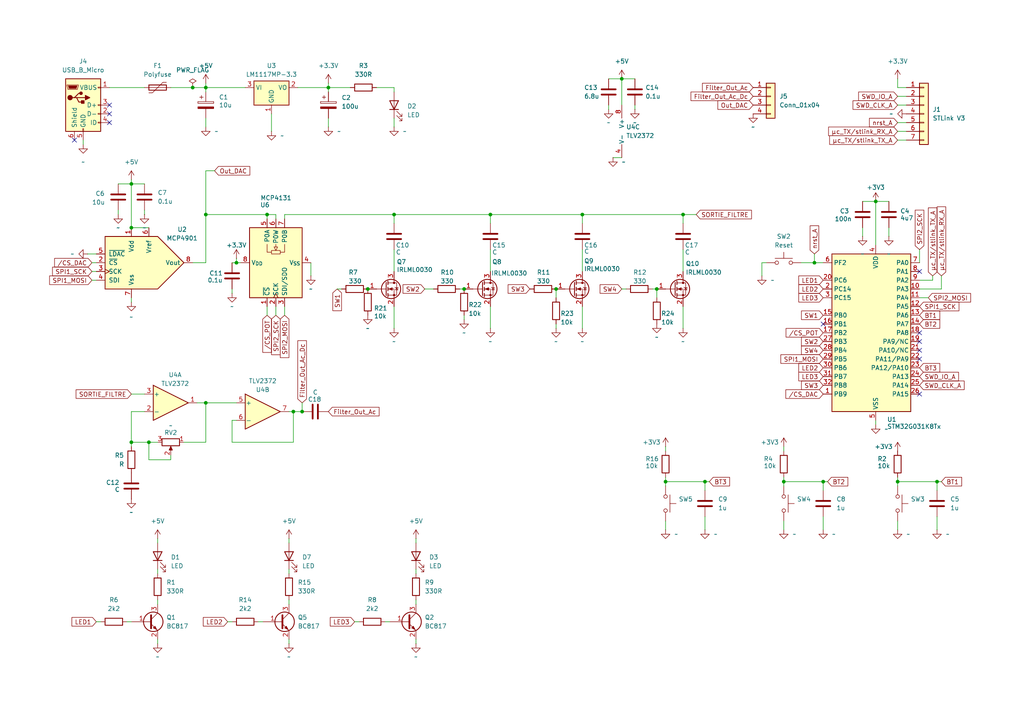
<source format=kicad_sch>
(kicad_sch (version 20231120) (generator "eeschema") (generator_version "8.0")
  (paper "A4")
  (lib_symbols
    (symbol "Amplifier_Operational:TLV2372" (pin_names (offset 0.127))
      (property "Reference" "U" (at 0 5.08 0))
      (property "Value" "TLV2372" (at 0 -5.08 0))
      (symbol "TLV2372_1_1"
        (pin output line (at 7.62 0 180) (length 2.54) (name "~") (number "1"))
        (pin input line (at -7.62 -2.54 0) (length 2.54) (name "-") (number "2"))
        (pin input line (at -7.62 2.54 0) (length 2.54) (name "+") (number "3"))
      )
      (symbol "TLV2372_2_1"
        (pin input line (at -7.62 2.54 0) (length 2.54) (name "+") (number "5"))
        (pin input line (at -7.62 -2.54 0) (length 2.54) (name "-") (number "6"))
        (pin output line (at 7.62 0 180) (length 2.54) (name "~") (number "7"))
      )
      (symbol "TLV2372_3_1"
        (pin power_in line (at -2.54 -7.62 90) (length 3.81) (name "V-") (number "4"))
        (pin power_in line (at -2.54 7.62 270) (length 3.81) (name "V+") (number "8"))
      )
    )
    (symbol "Analog_DAC:MCP4901" (pin_names (offset 1.016))
      (property "Reference" "U" (at 6.35 10.795 0))
      (property "Value" "MCP4901" (at 6.35 8.89 0))
      (symbol "MCP4901_1_1"
        (pin power_in line (at 0 10.16 270) (length 2.54) (name "Vdd") (number "1"))
        (pin input line (at -10.16 0 0) (length 2.54) (name "~{CS}") (number "2"))
        (pin input clock (at -10.16 -2.54 0) (length 2.54) (name "SCK") (number "3"))
        (pin input line (at -10.16 -5.08 0) (length 2.54) (name "SDI") (number "4"))
        (pin input line (at -10.16 2.54 0) (length 2.54) (name "~{LDAC}") (number "5"))
        (pin power_in line (at 5.08 10.16 270) (length 2.54) (name "Vref") (number "6"))
        (pin power_in line (at 0 -10.16 90) (length 2.54) (name "Vss") (number "7"))
        (pin output line (at 17.78 0 180) (length 2.54) (name "Vout") (number "8"))
      )
    )
    (symbol "Connector:USB_B_Micro" (pin_names (offset 1.016))
      (property "Reference" "J" (at -5.08 11.43 0))
      (property "Value" "USB_B_Micro" (at -5.08 8.89 0))
      (symbol "USB_B_Micro_1_1"
        (pin power_out line (at 7.62 5.08 180) (length 2.54) (name "VBUS") (number "1"))
        (pin bidirectional line (at 7.62 -2.54 180) (length 2.54) (name "D-") (number "2"))
        (pin bidirectional line (at 7.62 0 180) (length 2.54) (name "D+") (number "3"))
        (pin passive line (at 7.62 -5.08 180) (length 2.54) (name "ID") (number "4"))
        (pin power_out line (at 0 -10.16 90) (length 2.54) (name "GND") (number "5"))
        (pin passive line (at -2.54 -10.16 90) (length 2.54) (name "Shield") (number "6"))
      )
    )
    (symbol "Connector_Generic:Conn_01x04" (pin_names (offset 1.016) hide)
      (property "Reference" "J" (at 0 5.08 0))
      (property "Value" "Conn_01x04" (at 0 -7.62 0))
      (symbol "Conn_01x04_1_1"
        (pin passive line (at -5.08 2.54 0) (length 3.81) (name "Pin_1") (number "1"))
        (pin passive line (at -5.08 0 0) (length 3.81) (name "Pin_2") (number "2"))
        (pin passive line (at -5.08 -2.54 0) (length 3.81) (name "Pin_3") (number "3"))
        (pin passive line (at -5.08 -5.08 0) (length 3.81) (name "Pin_4") (number "4"))
      )
    )
    (symbol "Connector_Generic:Conn_01x07" (pin_names (offset 1.016) hide)
      (property "Reference" "J" (at 0 10.16 0))
      (property "Value" "Conn_01x07" (at 0 -10.16 0))
      (symbol "Conn_01x07_1_1"
        (pin passive line (at -5.08 7.62 0) (length 3.81) (name "Pin_1") (number "1"))
        (pin passive line (at -5.08 5.08 0) (length 3.81) (name "Pin_2") (number "2"))
        (pin passive line (at -5.08 2.54 0) (length 3.81) (name "Pin_3") (number "3"))
        (pin passive line (at -5.08 0 0) (length 3.81) (name "Pin_4") (number "4"))
        (pin passive line (at -5.08 -2.54 0) (length 3.81) (name "Pin_5") (number "5"))
        (pin passive line (at -5.08 -5.08 0) (length 3.81) (name "Pin_6") (number "6"))
        (pin passive line (at -5.08 -7.62 0) (length 3.81) (name "Pin_7") (number "7"))
      )
    )
    (symbol "Device:C" (pin_numbers hide) (pin_names (offset 0.254))
      (property "Reference" "C" (at 0.635 2.54 0))
      (property "Value" "C" (at 0.635 -2.54 0))
      (symbol "C_1_1"
        (pin passive line (at 0 3.81 270) (length 2.794) (name "~") (number "1"))
        (pin passive line (at 0 -3.81 90) (length 2.794) (name "~") (number "2"))
      )
    )
    (symbol "Device:C_Polarized" (pin_numbers hide) (pin_names (offset 0.254))
      (property "Reference" "C" (at 0.635 2.54 0))
      (property "Value" "C_Polarized" (at 0.635 -2.54 0))
      (symbol "C_Polarized_1_1"
        (pin passive line (at 0 3.81 270) (length 2.794) (name "~") (number "1"))
        (pin passive line (at 0 -3.81 90) (length 2.794) (name "~") (number "2"))
      )
    )
    (symbol "Device:LED" (pin_numbers hide) (pin_names (offset 1.016) hide)
      (property "Reference" "D" (at 0 2.54 0))
      (property "Value" "LED" (at 0 -2.54 0))
      (symbol "LED_1_1"
        (pin passive line (at -3.81 0 0) (length 2.54) (name "K") (number "1"))
        (pin passive line (at 3.81 0 180) (length 2.54) (name "A") (number "2"))
      )
    )
    (symbol "Device:Polyfuse" (pin_numbers hide) (pin_names (offset 0))
      (property "Reference" "F" (at -2.54 0 90))
      (property "Value" "Polyfuse" (at 2.54 0 90))
      (symbol "Polyfuse_1_1"
        (pin passive line (at 0 3.81 270) (length 1.27) (name "~") (number "1"))
        (pin passive line (at 0 -3.81 90) (length 1.27) (name "~") (number "2"))
      )
    )
    (symbol "Device:R" (pin_numbers hide) (pin_names (offset 0))
      (property "Reference" "R" (at 2.032 0 90))
      (property "Value" "R" (at 0 0 90))
      (symbol "R_1_1"
        (pin passive line (at 0 3.81 270) (length 1.27) (name "~") (number "1"))
        (pin passive line (at 0 -3.81 90) (length 1.27) (name "~") (number "2"))
      )
    )
    (symbol "Device:R_Potentiometer" (pin_names (offset 1.016) hide)
      (property "Reference" "RV" (at -4.445 0 90))
      (property "Value" "R_Potentiometer" (at -2.54 0 90))
      (symbol "R_Potentiometer_1_1"
        (pin passive line (at 0 3.81 270) (length 1.27) (name "1") (number "1"))
        (pin passive line (at 3.81 0 180) (length 1.27) (name "2") (number "2"))
        (pin passive line (at 0 -3.81 90) (length 1.27) (name "3") (number "3"))
      )
    )
    (symbol "MCU_ST_STM32G0:STM32G031K8Tx"
      (property "Reference" "U" (at -10.16 24.13 0))
      (property "Value" "STM32G031K8Tx" (at 5.08 24.13 0))
      (symbol "STM32G031K8Tx_1_1"
        (pin bidirectional line (at -12.7 -17.78 0) (length 2.54) (name "PB9") (number "1"))
        (pin bidirectional line (at 15.24 12.7 180) (length 2.54) (name "PA3") (number "10"))
        (pin bidirectional line (at 15.24 10.16 180) (length 2.54) (name "PA4") (number "11"))
        (pin bidirectional line (at 15.24 7.62 180) (length 2.54) (name "PA5") (number "12"))
        (pin bidirectional line (at 15.24 5.08 180) (length 2.54) (name "PA6") (number "13"))
        (pin bidirectional line (at 15.24 2.54 180) (length 2.54) (name "PA7") (number "14"))
        (pin bidirectional line (at -12.7 5.08 0) (length 2.54) (name "PB0") (number "15"))
        (pin bidirectional line (at -12.7 2.54 0) (length 2.54) (name "PB1") (number "16"))
        (pin bidirectional line (at -12.7 0 0) (length 2.54) (name "PB2") (number "17"))
        (pin bidirectional line (at 15.24 0 180) (length 2.54) (name "PA8") (number "18"))
        (pin bidirectional line (at 15.24 -2.54 180) (length 2.54) (name "PA9/NC") (number "19"))
        (pin bidirectional line (at -12.7 12.7 0) (length 2.54) (name "PC14") (number "2"))
        (pin bidirectional line (at -12.7 15.24 0) (length 2.54) (name "PC6") (number "20"))
        (pin bidirectional line (at 15.24 -5.08 180) (length 2.54) (name "PA10/NC") (number "21"))
        (pin bidirectional line (at 15.24 -7.62 180) (length 2.54) (name "PA11/PA9") (number "22"))
        (pin bidirectional line (at 15.24 -10.16 180) (length 2.54) (name "PA12/PA10") (number "23"))
        (pin bidirectional line (at 15.24 -12.7 180) (length 2.54) (name "PA13") (number "24"))
        (pin bidirectional line (at 15.24 -15.24 180) (length 2.54) (name "PA14") (number "25"))
        (pin bidirectional line (at 15.24 -17.78 180) (length 2.54) (name "PA15") (number "26"))
        (pin bidirectional line (at -12.7 -2.54 0) (length 2.54) (name "PB3") (number "27"))
        (pin bidirectional line (at -12.7 -5.08 0) (length 2.54) (name "PB4") (number "28"))
        (pin bidirectional line (at -12.7 -7.62 0) (length 2.54) (name "PB5") (number "29"))
        (pin bidirectional line (at -12.7 10.16 0) (length 2.54) (name "PC15") (number "3"))
        (pin bidirectional line (at -12.7 -10.16 0) (length 2.54) (name "PB6") (number "30"))
        (pin bidirectional line (at -12.7 -12.7 0) (length 2.54) (name "PB7") (number "31"))
        (pin bidirectional line (at -12.7 -15.24 0) (length 2.54) (name "PB8") (number "32"))
        (pin power_in line (at 2.54 25.4 270) (length 2.54) (name "VDD") (number "4"))
        (pin power_in line (at 2.54 -25.4 90) (length 2.54) (name "VSS") (number "5"))
        (pin bidirectional line (at -12.7 20.32 0) (length 2.54) (name "PF2") (number "6"))
        (pin bidirectional line (at 15.24 20.32 180) (length 2.54) (name "PA0") (number "7"))
        (pin bidirectional line (at 15.24 17.78 180) (length 2.54) (name "PA1") (number "8"))
        (pin bidirectional line (at 15.24 15.24 180) (length 2.54) (name "PA2") (number "9"))
      )
    )
    (symbol "Potentiometer_Digital:MCP4131-xxxx-P"
      (property "Reference" "U" (at 2.54 11.43 0))
      (property "Value" "MCP4131-xxxx-P" (at 2.54 8.89 0))
      (symbol "MCP4131-xxxx-P_0_0"
        (pin input line (at -12.7 2.54 0) (length 2.54) (name "~{CS}") (number "1"))
        (pin input clock (at -12.7 0 0) (length 2.54) (name "SCK") (number "2"))
        (pin bidirectional line (at -12.7 -2.54 0) (length 2.54) (name "SDI/SDO") (number "3"))
        (pin power_in line (at 0 -10.16 90) (length 2.54) (name "V_{SS}") (number "4"))
        (pin passive line (at 12.7 2.54 180) (length 2.54) (name "P0A") (number "5"))
        (pin passive line (at 12.7 0 180) (length 2.54) (name "P0W") (number "6"))
        (pin passive line (at 12.7 -2.54 180) (length 2.54) (name "P0B") (number "7"))
        (pin power_in line (at 0 10.16 270) (length 2.54) (name "V_{DD}") (number "8"))
      )
    )
    (symbol "Regulator_Linear:LM1117MP-3.3"
      (property "Reference" "U" (at -3.81 3.175 0))
      (property "Value" "LM1117MP-3.3" (at 0 3.175 0))
      (symbol "LM1117MP-3.3_1_1"
        (pin power_in line (at 0 -7.62 90) (length 2.54) (name "GND") (number "1"))
        (pin power_out line (at 7.62 0 180) (length 2.54) (name "VO") (number "2"))
        (pin power_in line (at -7.62 0 0) (length 2.54) (name "VI") (number "3"))
      )
    )
    (symbol "Switch:SW_Omron_B3FS" (pin_numbers hide) (pin_names (offset 1.016) hide)
      (property "Reference" "SW" (at 1.27 2.54 0))
      (property "Value" "SW_Omron_B3FS" (at 0 -1.524 0))
      (symbol "SW_Omron_B3FS_0_1"
        (pin passive line (at -5.08 0 0) (length 2.54) (name "1") (number "1"))
        (pin passive line (at 5.08 0 180) (length 2.54) (name "2") (number "2"))
      )
    )
    (symbol "Transistor_BJT:BC817" (pin_names (offset 0) hide)
      (property "Reference" "Q" (at 5.08 1.905 0))
      (property "Value" "BC817" (at 5.08 0 0))
      (symbol "BC817_1_1"
        (pin input line (at -5.08 0 0) (length 5.715) (name "B") (number "1"))
        (pin passive line (at 2.54 -5.08 90) (length 2.54) (name "E") (number "2"))
        (pin passive line (at 2.54 5.08 270) (length 2.54) (name "C") (number "3"))
      )
    )
    (symbol "Transistor_FET:IRLML0030" (pin_names hide)
      (property "Reference" "Q" (at 5.08 1.905 0))
      (property "Value" "IRLML0030" (at 5.08 0 0))
      (symbol "IRLML0030_1_1"
        (pin input line (at -5.08 0 0) (length 2.54) (name "G") (number "1"))
        (pin passive line (at 2.54 -5.08 90) (length 2.54) (name "S") (number "2"))
        (pin passive line (at 2.54 5.08 270) (length 2.54) (name "D") (number "3"))
      )
    )
    (symbol "power:+3.3V" (power) (pin_numbers hide) (pin_names (offset 0) hide)
      (property "Value" "+3.3V" (at 0 3.556 0))
      (symbol "+3.3V_1_1"
        (pin power_in line (at 0 0 90) (length 0) (name "~") (number "1"))
      )
    )
    (symbol "power:+3V3" (power) (pin_numbers hide) (pin_names (offset 0) hide)
      (property "Value" "+3V3" (at 0 3.556 0))
      (symbol "+3V3_1_1"
        (pin power_in line (at 0 0 90) (length 0) (name "~") (number "1"))
      )
    )
    (symbol "power:+5V" (power) (pin_numbers hide) (pin_names (offset 0) hide)
      (property "Value" "+5V" (at 0 3.556 0))
      (symbol "+5V_1_1"
        (pin power_in line (at 0 0 90) (length 0) (name "~") (number "1"))
      )
    )
    (symbol "power:GND" (power) (pin_numbers hide) (pin_names (offset 0) hide)
      (property "Value" "GND" (at 0 -3.81 0))
      (symbol "GND_1_1"
        (pin power_in line (at 0 0 270) (length 0) (name "~") (number "1"))
      )
    )
    (symbol "power:PWR_FLAG" (power) (pin_numbers hide) (pin_names (offset 0) hide)
      (property "Value" "PWR_FLAG" (at 0 3.81 0))
      (symbol "PWR_FLAG_0_0"
        (pin power_out line (at 0 0 90) (length 0) (name "~") (number "1"))
      )
    )
  )
  (junction (at 238.76 139.7))
  (junction (at 161.29 83.82))
  (junction (at 254 58.42))
  (junction (at 227.33 139.7))
  (junction (at 77.47 62.23))
  (junction (at 114.3 62.23))
  (junction (at 59.69 62.23))
  (junction (at 260.35 139.7))
  (junction (at 55.88 25.4))
  (junction (at 193.04 139.7))
  (junction (at 95.25 25.4))
  (junction (at 190.5 83.82))
  (junction (at 168.91 62.23))
  (junction (at 68.58 76.2))
  (junction (at 106.68 83.82))
  (junction (at 198.12 62.23))
  (junction (at 236.22 76.2))
  (junction (at 180.34 22.86))
  (junction (at 38.1 53.34))
  (junction (at 59.69 25.4))
  (junction (at 43.18 128.27))
  (junction (at 38.1 66.04))
  (junction (at 59.69 116.84))
  (junction (at 38.1 128.27))
  (junction (at 142.24 62.23))
  (junction (at 85.09 119.38))
  (junction (at 271.78 139.7))
  (junction (at 204.47 139.7))
  (junction (at 134.62 83.82))
  (junction (at 87.63 119.38))
  (no_connect (at 266.7 101.6))
  (no_connect (at 31.75 30.48))
  (no_connect (at 21.59 40.64))
  (no_connect (at 238.76 93.98))
  (no_connect (at 266.7 78.74))
  (no_connect (at 266.7 99.06))
  (no_connect (at 31.75 35.56))
  (no_connect (at 266.7 114.3))
  (no_connect (at 266.7 96.52))
  (no_connect (at 266.7 104.14))
  (no_connect (at 31.75 33.02))
  (wire (pts (xy 180.34 22.86) (xy 184.15 22.86)))
  (wire (pts (xy 38.1 53.34) (xy 38.1 66.04)))
  (wire (pts (xy 177.8 45.72) (xy 180.34 45.72)))
  (wire (pts (xy 43.18 128.27) (xy 43.18 133.35)))
  (wire (pts (xy 238.76 139.7) (xy 240.03 139.7)))
  (wire (pts (xy 53.34 128.27) (xy 59.69 128.27)))
  (wire (pts (xy 161.29 93.98) (xy 161.29 95.25)))
  (wire (pts (xy 114.3 88.9) (xy 114.3 95.25)))
  (wire (pts (xy 34.29 60.96) (xy 34.29 62.23)))
  (wire (pts (xy 90.17 76.2) (xy 90.17 80.01)))
  (wire (pts (xy 82.55 63.5) (xy 82.55 62.23)))
  (wire (pts (xy 198.12 88.9) (xy 198.12 95.25)))
  (wire (pts (xy 83.82 173.99) (xy 83.82 175.26)))
  (wire (pts (xy 134.62 91.44) (xy 134.62 92.71)))
  (wire (pts (xy 59.69 25.4) (xy 71.12 25.4)))
  (wire (pts (xy 120.65 165.1) (xy 120.65 166.37)))
  (wire (pts (xy 66.04 180.34) (xy 67.31 180.34)))
  (wire (pts (xy 198.12 62.23) (xy 198.12 64.77)))
  (wire (pts (xy 227.33 139.7) (xy 238.76 139.7)))
  (wire (pts (xy 114.3 34.29) (xy 114.3 36.83)))
  (wire (pts (xy 95.25 25.4) (xy 95.25 26.67)))
  (wire (pts (xy 198.12 62.23) (xy 201.93 62.23)))
  (wire (pts (xy 67.31 83.82) (xy 67.31 85.09)))
  (wire (pts (xy 204.47 139.7) (xy 204.47 142.24)))
  (wire (pts (xy 43.18 128.27) (xy 45.72 128.27)))
  (wire (pts (xy 45.72 165.1) (xy 45.72 166.37)))
  (wire (pts (xy 59.69 25.4) (xy 59.69 26.67)))
  (wire (pts (xy 55.88 76.2) (xy 59.69 76.2)))
  (wire (pts (xy 273.05 80.01) (xy 273.05 83.82)))
  (wire (pts (xy 82.55 62.23) (xy 114.3 62.23)))
  (wire (pts (xy 266.7 72.39) (xy 266.7 76.2)))
  (wire (pts (xy 193.04 139.7) (xy 204.47 139.7)))
  (wire (pts (xy 236.22 76.2) (xy 238.76 76.2)))
  (wire (pts (xy 59.69 62.23) (xy 77.47 62.23)))
  (wire (pts (xy 193.04 138.43) (xy 193.04 139.7)))
  (wire (pts (xy 49.53 25.4) (xy 55.88 25.4)))
  (wire (pts (xy 26.67 81.28) (xy 27.94 81.28)))
  (wire (pts (xy 97.79 83.82) (xy 99.06 83.82)))
  (wire (pts (xy 180.34 22.86) (xy 180.34 30.48)))
  (wire (pts (xy 85.09 128.27) (xy 85.09 119.38)))
  (wire (pts (xy 27.94 180.34) (xy 29.21 180.34)))
  (wire (pts (xy 260.35 38.1) (xy 262.89 38.1)))
  (wire (pts (xy 260.35 138.43) (xy 260.35 139.7)))
  (wire (pts (xy 95.25 25.4) (xy 101.6 25.4)))
  (wire (pts (xy 260.35 35.56) (xy 262.89 35.56)))
  (wire (pts (xy 193.04 151.13) (xy 193.04 153.67)))
  (wire (pts (xy 59.69 49.53) (xy 62.23 49.53)))
  (wire (pts (xy 59.69 34.29) (xy 59.69 36.83)))
  (wire (pts (xy 204.47 149.86) (xy 204.47 153.67)))
  (wire (pts (xy 260.35 30.48) (xy 262.89 30.48)))
  (wire (pts (xy 38.1 52.07) (xy 38.1 53.34)))
  (wire (pts (xy 270.51 81.28) (xy 270.51 80.01)))
  (wire (pts (xy 59.69 24.13) (xy 59.69 25.4)))
  (wire (pts (xy 49.53 133.35) (xy 43.18 133.35)))
  (wire (pts (xy 184.15 30.48) (xy 184.15 31.75)))
  (wire (pts (xy 262.89 25.4) (xy 260.35 25.4)))
  (wire (pts (xy 120.65 156.21) (xy 120.65 157.48)))
  (wire (pts (xy 83.82 156.21) (xy 83.82 157.48)))
  (wire (pts (xy 57.15 116.84) (xy 59.69 116.84)))
  (wire (pts (xy 38.1 66.04) (xy 43.18 66.04)))
  (wire (pts (xy 238.76 139.7) (xy 238.76 142.24)))
  (wire (pts (xy 273.05 83.82) (xy 266.7 83.82)))
  (wire (pts (xy 232.41 76.2) (xy 236.22 76.2)))
  (wire (pts (xy 189.23 83.82) (xy 190.5 83.82)))
  (wire (pts (xy 142.24 62.23) (xy 142.24 64.77)))
  (wire (pts (xy 254 58.42) (xy 254 71.12)))
  (wire (pts (xy 111.76 180.34) (xy 113.03 180.34)))
  (wire (pts (xy 68.58 121.92) (xy 67.31 121.92)))
  (wire (pts (xy 270.51 81.28) (xy 266.7 81.28)))
  (wire (pts (xy 260.35 139.7) (xy 271.78 139.7)))
  (wire (pts (xy 67.31 121.92) (xy 67.31 128.27)))
  (wire (pts (xy 38.1 128.27) (xy 43.18 128.27)))
  (wire (pts (xy 161.29 83.82) (xy 161.29 86.36)))
  (wire (pts (xy 95.25 34.29) (xy 95.25 36.83)))
  (wire (pts (xy 41.91 60.96) (xy 41.91 62.23)))
  (wire (pts (xy 36.83 180.34) (xy 38.1 180.34)))
  (wire (pts (xy 77.47 62.23) (xy 77.47 63.5)))
  (wire (pts (xy 59.69 128.27) (xy 59.69 116.84)))
  (wire (pts (xy 114.3 72.39) (xy 114.3 78.74)))
  (wire (pts (xy 266.7 86.36) (xy 269.24 86.36)))
  (wire (pts (xy 260.35 27.94) (xy 262.89 27.94)))
  (wire (pts (xy 83.82 119.38) (xy 85.09 119.38)))
  (wire (pts (xy 38.1 129.54) (xy 38.1 128.27)))
  (wire (pts (xy 168.91 62.23) (xy 198.12 62.23)))
  (wire (pts (xy 168.91 88.9) (xy 168.91 95.25)))
  (wire (pts (xy 142.24 88.9) (xy 142.24 95.25)))
  (wire (pts (xy 114.3 62.23) (xy 114.3 64.77)))
  (wire (pts (xy 102.87 180.34) (xy 104.14 180.34)))
  (wire (pts (xy 34.29 53.34) (xy 38.1 53.34)))
  (wire (pts (xy 86.36 25.4) (xy 95.25 25.4)))
  (wire (pts (xy 83.82 165.1) (xy 83.82 166.37)))
  (wire (pts (xy 59.69 116.84) (xy 68.58 116.84)))
  (wire (pts (xy 204.47 139.7) (xy 205.74 139.7)))
  (wire (pts (xy 260.35 139.7) (xy 260.35 140.97)))
  (wire (pts (xy 68.58 76.2) (xy 69.85 76.2)))
  (wire (pts (xy 45.72 173.99) (xy 45.72 175.26)))
  (wire (pts (xy 74.93 180.34) (xy 76.2 180.34)))
  (wire (pts (xy 254 123.19) (xy 254 121.92)))
  (wire (pts (xy 227.33 138.43) (xy 227.33 139.7)))
  (wire (pts (xy 193.04 139.7) (xy 193.04 140.97)))
  (wire (pts (xy 26.67 76.2) (xy 27.94 76.2)))
  (wire (pts (xy 59.69 76.2) (xy 59.69 62.23)))
  (wire (pts (xy 78.74 33.02) (xy 78.74 38.1)))
  (wire (pts (xy 198.12 72.39) (xy 198.12 78.74)))
  (wire (pts (xy 142.24 72.39) (xy 142.24 78.74)))
  (wire (pts (xy 83.82 185.42) (xy 83.82 186.69)))
  (wire (pts (xy 38.1 119.38) (xy 38.1 128.27)))
  (wire (pts (xy 250.19 66.04) (xy 250.19 68.58)))
  (wire (pts (xy 133.35 83.82) (xy 134.62 83.82)))
  (wire (pts (xy 176.53 30.48) (xy 176.53 31.75)))
  (wire (pts (xy 77.47 88.9) (xy 77.47 91.44)))
  (wire (pts (xy 168.91 62.23) (xy 168.91 64.77)))
  (wire (pts (xy 87.63 116.84) (xy 87.63 119.38)))
  (wire (pts (xy 220.98 76.2) (xy 220.98 80.01)))
  (wire (pts (xy 142.24 62.23) (xy 168.91 62.23)))
  (wire (pts (xy 260.35 40.64) (xy 262.89 40.64)))
  (wire (pts (xy 114.3 25.4) (xy 114.3 26.67)))
  (wire (pts (xy 227.33 129.54) (xy 227.33 130.81)))
  (wire (pts (xy 82.55 88.9) (xy 82.55 91.44)))
  (wire (pts (xy 41.91 119.38) (xy 38.1 119.38)))
  (wire (pts (xy 25.4 73.66) (xy 27.94 73.66)))
  (wire (pts (xy 26.67 78.74) (xy 27.94 78.74)))
  (wire (pts (xy 180.34 83.82) (xy 181.61 83.82)))
  (wire (pts (xy 80.01 88.9) (xy 80.01 91.44)))
  (wire (pts (xy 238.76 149.86) (xy 238.76 153.67)))
  (wire (pts (xy 80.01 63.5) (xy 80.01 62.23)))
  (wire (pts (xy 190.5 83.82) (xy 190.5 86.36)))
  (wire (pts (xy 120.65 185.42) (xy 120.65 186.69)))
  (wire (pts (xy 271.78 149.86) (xy 271.78 153.67)))
  (wire (pts (xy 31.75 25.4) (xy 41.91 25.4)))
  (wire (pts (xy 38.1 114.3) (xy 41.91 114.3)))
  (wire (pts (xy 95.25 24.13) (xy 95.25 25.4)))
  (wire (pts (xy 123.19 83.82) (xy 125.73 83.82)))
  (wire (pts (xy 67.31 76.2) (xy 68.58 76.2)))
  (wire (pts (xy 271.78 139.7) (xy 273.05 139.7)))
  (wire (pts (xy 49.53 132.08) (xy 49.53 133.35)))
  (wire (pts (xy 271.78 139.7) (xy 271.78 142.24)))
  (wire (pts (xy 227.33 151.13) (xy 227.33 153.67)))
  (wire (pts (xy 38.1 53.34) (xy 41.91 53.34)))
  (wire (pts (xy 250.19 58.42) (xy 254 58.42)))
  (wire (pts (xy 45.72 185.42) (xy 45.72 186.69)))
  (wire (pts (xy 236.22 73.66) (xy 236.22 76.2)))
  (wire (pts (xy 260.35 25.4) (xy 260.35 22.86)))
  (wire (pts (xy 227.33 139.7) (xy 227.33 140.97)))
  (wire (pts (xy 59.69 49.53) (xy 59.69 62.23)))
  (wire (pts (xy 45.72 156.21) (xy 45.72 157.48)))
  (wire (pts (xy 85.09 119.38) (xy 87.63 119.38)))
  (wire (pts (xy 80.01 62.23) (xy 77.47 62.23)))
  (wire (pts (xy 24.13 40.64) (xy 24.13 41.91)))
  (wire (pts (xy 114.3 62.23) (xy 142.24 62.23)))
  (wire (pts (xy 38.1 86.36) (xy 38.1 87.63)))
  (wire (pts (xy 257.81 66.04) (xy 257.81 68.58)))
  (wire (pts (xy 193.04 129.54) (xy 193.04 130.81)))
  (wire (pts (xy 260.35 151.13) (xy 260.35 153.67)))
  (wire (pts (xy 168.91 72.39) (xy 168.91 78.74)))
  (wire (pts (xy 222.25 76.2) (xy 220.98 76.2)))
  (wire (pts (xy 176.53 22.86) (xy 180.34 22.86)))
  (wire (pts (xy 120.65 173.99) (xy 120.65 175.26)))
  (wire (pts (xy 254 58.42) (xy 257.81 58.42)))
  (wire (pts (xy 67.31 128.27) (xy 85.09 128.27)))
  (wire (pts (xy 55.88 25.4) (xy 59.69 25.4)))
  (wire (pts (xy 68.58 74.93) (xy 68.58 76.2)))
  (wire (pts (xy 109.22 25.4) (xy 114.3 25.4)))
  (global_label "SW4" (shape input) (at 180.34 83.82 180) (property "Intersheetrefs" "${INTERSHEET_REFS}" (effects (hide yes))))
  (global_label "Out_DAC" (shape input) (at 218.44 30.48 180) (property "Intersheetrefs" "${INTERSHEET_REFS}" (effects (hide yes))))
  (global_label "SPI1_MOSI" (shape input) (at 26.67 81.28 180) (property "Intersheetrefs" "${INTERSHEET_REFS}" (effects (hide yes))))
  (global_label "SPI1_SCK" (shape input) (at 266.7 88.9 0) (property "Intersheetrefs" "${INTERSHEET_REFS}" (effects (hide yes))))
  (global_label "Filter_Out_Ac_Dc" (shape input) (at 87.63 116.84 90) (property "Intersheetrefs" "${INTERSHEET_REFS}" (effects (hide yes))))
  (global_label "SWD_CLK_A" (shape input) (at 260.35 30.48 180) (property "Intersheetrefs" "${INTERSHEET_REFS}" (effects (hide yes))))
  (global_label "SW2" (shape input) (at 123.19 83.82 180) (property "Intersheetrefs" "${INTERSHEET_REFS}" (effects (hide yes))))
  (global_label "SWD_IO_A" (shape input) (at 260.35 27.94 180) (property "Intersheetrefs" "${INTERSHEET_REFS}" (effects (hide yes))))
  (global_label "LED3" (shape input) (at 238.76 86.36 180) (property "Intersheetrefs" "${INTERSHEET_REFS}" (effects (hide yes))))
  (global_label "SW4" (shape input) (at 238.76 101.6 180) (property "Intersheetrefs" "${INTERSHEET_REFS}" (effects (hide yes))))
  (global_label "SPI2_MOSI" (shape input) (at 82.55 91.44 270) (property "Intersheetrefs" "${INTERSHEET_REFS}" (effects (hide yes))))
  (global_label "nrst_A" (shape input) (at 260.35 35.56 180) (property "Intersheetrefs" "${INTERSHEET_REFS}" (effects (hide yes))))
  (global_label "SWD_CLK_A" (shape input) (at 266.7 111.76 0) (property "Intersheetrefs" "${INTERSHEET_REFS}" (effects (hide yes))))
  (global_label "SPI2_SCK" (shape input) (at 80.01 91.44 270) (property "Intersheetrefs" "${INTERSHEET_REFS}" (effects (hide yes))))
  (global_label "{slash}CS_DAC" (shape input) (at 238.76 114.3 180) (property "Intersheetrefs" "${INTERSHEET_REFS}" (effects (hide yes))))
  (global_label "BT1" (shape input) (at 273.05 139.7 0) (property "Intersheetrefs" "${INTERSHEET_REFS}" (effects (hide yes))))
  (global_label "µc_TX{slash}stlink_RX_A" (shape input) (at 273.05 80.01 90) (property "Intersheetrefs" "${INTERSHEET_REFS}" (effects (hide yes))))
  (global_label "BT2" (shape input) (at 266.7 93.98 0) (property "Intersheetrefs" "${INTERSHEET_REFS}" (effects (hide yes))))
  (global_label "LED2" (shape input) (at 238.76 83.82 180) (property "Intersheetrefs" "${INTERSHEET_REFS}" (effects (hide yes))))
  (global_label "µc_TX{slash}stlink_TX_A" (shape input) (at 270.51 80.01 90) (property "Intersheetrefs" "${INTERSHEET_REFS}" (effects (hide yes))))
  (global_label "Filter_Out_Ac" (shape input) (at 218.44 25.4 180) (property "Intersheetrefs" "${INTERSHEET_REFS}" (effects (hide yes))))
  (global_label "SPI1_MOSI" (shape input) (at 238.76 104.14 180) (property "Intersheetrefs" "${INTERSHEET_REFS}" (effects (hide yes))))
  (global_label "{slash}CS_DAC" (shape input) (at 26.67 76.2 180) (property "Intersheetrefs" "${INTERSHEET_REFS}" (effects (hide yes))))
  (global_label "SW3" (shape input) (at 153.67 83.82 180) (property "Intersheetrefs" "${INTERSHEET_REFS}" (effects (hide yes))))
  (global_label "SPI2_MOSI" (shape input) (at 269.24 86.36 0) (property "Intersheetrefs" "${INTERSHEET_REFS}" (effects (hide yes))))
  (global_label "LED2" (shape input) (at 66.04 180.34 180) (property "Intersheetrefs" "${INTERSHEET_REFS}" (effects (hide yes))))
  (global_label "Filter_Out_Ac" (shape input) (at 95.25 119.38 0) (property "Intersheetrefs" "${INTERSHEET_REFS}" (effects (hide yes))))
  (global_label "{slash}CS_POT" (shape input) (at 238.76 96.52 180) (property "Intersheetrefs" "${INTERSHEET_REFS}" (effects (hide yes))))
  (global_label "BT2" (shape input) (at 240.03 139.7 0) (property "Intersheetrefs" "${INTERSHEET_REFS}" (effects (hide yes))))
  (global_label "SORTIE_FILTRE" (shape input) (at 38.1 114.3 180) (property "Intersheetrefs" "${INTERSHEET_REFS}" (effects (hide yes))))
  (global_label "SW2" (shape input) (at 238.76 99.06 180) (property "Intersheetrefs" "${INTERSHEET_REFS}" (effects (hide yes))))
  (global_label "LED2" (shape input) (at 238.76 106.68 180) (property "Intersheetrefs" "${INTERSHEET_REFS}" (effects (hide yes))))
  (global_label "µc_TX{slash}stlink_RX_A" (shape input) (at 260.35 38.1 180) (property "Intersheetrefs" "${INTERSHEET_REFS}" (effects (hide yes))))
  (global_label "Out_DAC" (shape input) (at 62.23 49.53 0) (property "Intersheetrefs" "${INTERSHEET_REFS}" (effects (hide yes))))
  (global_label "SPI2_SCK" (shape input) (at 266.7 72.39 90) (property "Intersheetrefs" "${INTERSHEET_REFS}" (effects (hide yes))))
  (global_label "SWD_IO_A" (shape input) (at 266.7 109.22 0) (property "Intersheetrefs" "${INTERSHEET_REFS}" (effects (hide yes))))
  (global_label "SW1" (shape input) (at 97.79 83.82 270) (property "Intersheetrefs" "${INTERSHEET_REFS}" (effects (hide yes))))
  (global_label "BT1" (shape input) (at 266.7 91.44 0) (property "Intersheetrefs" "${INTERSHEET_REFS}" (effects (hide yes))))
  (global_label "LED1" (shape input) (at 238.76 81.28 180) (property "Intersheetrefs" "${INTERSHEET_REFS}" (effects (hide yes))))
  (global_label "LED3" (shape input) (at 238.76 109.22 180) (property "Intersheetrefs" "${INTERSHEET_REFS}" (effects (hide yes))))
  (global_label "SORTIE_FILTRE" (shape input) (at 201.93 62.23 0) (property "Intersheetrefs" "${INTERSHEET_REFS}" (effects (hide yes))))
  (global_label "{slash}CS_POT" (shape input) (at 77.47 91.44 270) (property "Intersheetrefs" "${INTERSHEET_REFS}" (effects (hide yes))))
  (global_label "nrst_A" (shape input) (at 236.22 73.66 90) (property "Intersheetrefs" "${INTERSHEET_REFS}" (effects (hide yes))))
  (global_label "LED1" (shape input) (at 27.94 180.34 180) (property "Intersheetrefs" "${INTERSHEET_REFS}" (effects (hide yes))))
  (global_label "Filter_Out_Ac_Dc" (shape input) (at 218.44 27.94 180) (property "Intersheetrefs" "${INTERSHEET_REFS}" (effects (hide yes))))
  (global_label "BT3" (shape input) (at 205.74 139.7 0) (property "Intersheetrefs" "${INTERSHEET_REFS}" (effects (hide yes))))
  (global_label "SPI1_SCK" (shape input) (at 26.67 78.74 180) (property "Intersheetrefs" "${INTERSHEET_REFS}" (effects (hide yes))))
  (global_label "SW1" (shape input) (at 238.76 91.44 180) (property "Intersheetrefs" "${INTERSHEET_REFS}" (effects (hide yes))))
  (global_label "LED3" (shape input) (at 102.87 180.34 180) (property "Intersheetrefs" "${INTERSHEET_REFS}" (effects (hide yes))))
  (global_label "BT3" (shape input) (at 266.7 106.68 0) (property "Intersheetrefs" "${INTERSHEET_REFS}" (effects (hide yes))))
  (global_label "SW3" (shape input) (at 238.76 111.76 180) (property "Intersheetrefs" "${INTERSHEET_REFS}" (effects (hide yes))))
  (global_label "µc_TX{slash}stlink_TX_A" (shape input) (at 260.35 40.64 180) (property "Intersheetrefs" "${INTERSHEET_REFS}" (effects (hide yes))))
  (symbol (lib_id "Device:R") (at 260.35 134.62 0) (unit 1)
    (property "Reference" "R2" (at 254.508 133.096 0) (effects (justify left)))
    (property "Value" "10k" (at 254.508 135.128 0) (effects (justify left)))
    (property "Footprint" "Resistor_SMD:R_0805_2012Metric_Pad1.20x1.40mm_HandSolder" (effects (hide yes)))
    (property "Description" "Resistor" (effects (hide yes)))
  )
  (symbol (lib_id "Device:C") (at 238.76 146.05 0) (unit 1)
    (property "Reference" "C8" (at 242.57 144.7799 0) (effects (justify left)))
    (property "Value" "1u" (at 242.57 147.3199 0) (effects (justify left)))
    (property "Footprint" "Capacitor_SMD:C_0805_2012Metric_Pad1.18x1.45mm_HandSolder" (effects (hide yes)))
    (property "Description" "Unpolarized capacitor" (effects (hide yes)))
  )
  (symbol (lib_id "Device:C") (at 250.19 62.23 0) (unit 1)
    (property "Reference" "C3" (at 243.586 61.214 0) (effects (justify left)))
    (property "Value" "100n" (at 242.062 63.5 0) (effects (justify left)))
    (property "Footprint" "Capacitor_SMD:C_0805_2012Metric_Pad1.18x1.45mm_HandSolder" (effects (hide yes)))
    (property "Description" "Unpolarized capacitor" (effects (hide yes)))
  )
  (symbol (lib_id "Transistor_FET:IRLML0030") (at 195.58 83.82 0) (unit 1)
    (property "Reference" "Q10" (at 198.882 76.454 0) (effects (justify left)))
    (property "Value" "IRLML0030" (at 198.882 78.994 0) (effects (justify left)))
    (property "Footprint" "Package_TO_SOT_SMD:SOT-23" (effects (hide yes)))
    (property "Datasheet" "https://www.infineon.com/dgdl/irlml0030pbf.pdf?fileId=5546d462533600a401535664773825df" (effects (hide yes)))
    (property "Description" "5.3A Id, 30V Vds, 27mOhm Rds, N-Channel HEXFET Power MOSFET, SOT-23" (effects (hide yes)))
  )
  (symbol (lib_id "power:GND") (at 45.72 186.69 0) (unit 1)
    (property "Reference" "#PWR019" (effects (hide yes)))
    (property "Value" "~" (at 45.72 190.5 0))
    (property "Description" "Power symbol creates a global label with name \"GND\" , ground" (effects (hide yes)))
  )
  (symbol (lib_id "power:GND") (at 114.3 36.83 0) (unit 1)
    (property "Reference" "#PWR08" (effects (hide yes)))
    (property "Value" "~" (at 116.84 38.1 0) (effects (justify left)))
    (property "Description" "Power symbol creates a global label with name \"GND\" , ground" (effects (hide yes)))
  )
  (symbol (lib_id "power:GND") (at 38.1 87.63 0) (unit 1)
    (property "Reference" "#PWR022" (effects (hide yes)))
    (property "Value" "~" (at 38.1 91.948 0))
    (property "Description" "Power symbol creates a global label with name \"GND\" , ground" (effects (hide yes)))
  )
  (symbol (lib_id "power:+3V3") (at 254 58.42 0) (unit 1)
    (property "Reference" "#PWR012" (effects (hide yes)))
    (property "Value" "+3V3" (at 254 54.356 0))
    (property "Description" "Power symbol creates a global label with name \"+3V3\"" (effects (hide yes)))
  )
  (symbol (lib_id "power:+3V3") (at 260.35 130.81 0) (unit 1)
    (property "Reference" "#PWR03" (effects (hide yes)))
    (property "Value" "+3V3" (at 256.286 129.54 0))
    (property "Description" "Power symbol creates a global label with name \"+3V3\"" (effects (hide yes)))
  )
  (symbol (lib_id "Device:R") (at 193.04 134.62 0) (unit 1)
    (property "Reference" "R16" (at 187.198 133.096 0) (effects (justify left)))
    (property "Value" "10k" (at 187.198 135.128 0) (effects (justify left)))
    (property "Footprint" "Resistor_SMD:R_0805_2012Metric_Pad1.20x1.40mm_HandSolder" (effects (hide yes)))
    (property "Description" "Resistor" (effects (hide yes)))
  )
  (symbol (lib_id "Potentiometer_Digital:MCP4131-xxxx-P") (at 80.01 76.2 90) (unit 1)
    (property "Reference" "U6" (at 78.232 59.436 90) (effects (justify left)))
    (property "Value" "MCP4131" (at 84.582 57.404 90) (effects (justify left)))
    (property "Footprint" "Package_SO:SOIC-8_3.9x4.9mm_P1.27mm" (effects (hide yes)))
    (property "Datasheet" "https://ww1.microchip.com/downloads/aemDocuments/documents/OTH/ProductDocuments/DataSheets/22060b.pdf" (effects (hide yes)))
    (property "Description" "Single Digital Potentiometer, SPI interface, 129 taps, 5/10/50/100 kohm, volatile memory" (effects (hide yes)))
  )
  (symbol (lib_id "Device:C") (at 184.15 26.67 0) (unit 1)
    (property "Reference" "C14" (at 187.198 25.4 0) (effects (justify left)))
    (property "Value" "0.1u" (at 187.198 27.94 0) (effects (justify left)))
    (property "Footprint" "Capacitor_SMD:C_0805_2012Metric_Pad1.18x1.45mm_HandSolder" (effects (hide yes)))
    (property "Description" "Unpolarized capacitor" (effects (hide yes)))
  )
  (symbol (lib_id "power:+3V3") (at 193.04 129.54 0) (unit 1)
    (property "Reference" "#PWR036" (effects (hide yes)))
    (property "Value" "+3V3" (at 188.976 128.27 0))
    (property "Description" "Power symbol creates a global label with name \"+3V3\"" (effects (hide yes)))
  )
  (symbol (lib_id "power:+5V") (at 59.69 24.13 0) (unit 1)
    (property "Reference" "#PWR05" (effects (hide yes)))
    (property "Value" "+5V" (at 59.69 19.05 0))
    (property "Description" "Power symbol creates a global label with name \"+5V\"" (effects (hide yes)))
  )
  (symbol (lib_id "power:GND") (at 260.35 153.67 0) (unit 1)
    (property "Reference" "#PWR07" (effects (hide yes)))
    (property "Value" "~" (at 262.89 154.94 0) (effects (justify left)))
    (property "Description" "Power symbol creates a global label with name \"GND\" , ground" (effects (hide yes)))
  )
  (symbol (lib_id "Device:R") (at 157.48 83.82 270) (unit 1)
    (property "Reference" "R11" (at 155.702 78.994 90) (effects (justify left)))
    (property "Value" "330" (at 155.702 81.534 90) (effects (justify left)))
    (property "Footprint" "Resistor_SMD:R_0805_2012Metric_Pad1.20x1.40mm_HandSolder" (effects (hide yes)))
    (property "Description" "Resistor" (effects (hide yes)))
  )
  (symbol (lib_id "Device:R") (at 38.1 133.35 0) (unit 1)
    (property "Reference" "R5" (at 33.274 132.08 0) (effects (justify left)))
    (property "Value" "R" (at 34.544 134.62 0) (effects (justify left)))
    (property "Footprint" "Resistor_SMD:R_0805_2012Metric_Pad1.20x1.40mm_HandSolder" (effects (hide yes)))
    (property "Description" "Resistor" (effects (hide yes)))
  )
  (symbol (lib_id "Device:R") (at 105.41 25.4 90) (unit 1)
    (property "Reference" "R3" (at 105.41 19.05 90))
    (property "Value" "330R" (at 105.41 21.59 90))
    (property "Footprint" "Resistor_SMD:R_0805_2012Metric_Pad1.20x1.40mm_HandSolder" (effects (hide yes)))
    (property "Description" "Resistor" (effects (hide yes)))
  )
  (symbol (lib_id "power:+5V") (at 45.72 156.21 0) (unit 1)
    (property "Reference" "#PWR020" (effects (hide yes)))
    (property "Value" "+5V" (at 45.72 151.13 0))
    (property "Description" "Power symbol creates a global label with name \"+5V\"" (effects (hide yes)))
  )
  (symbol (lib_id "power:+3V3") (at 227.33 129.54 0) (unit 1)
    (property "Reference" "#PWR014" (effects (hide yes)))
    (property "Value" "+3V3" (at 223.266 128.27 0))
    (property "Description" "Power symbol creates a global label with name \"+3V3\"" (effects (hide yes)))
  )
  (symbol (lib_id "Device:R") (at 134.62 87.63 0) (unit 1)
    (property "Reference" "R22" (at 135.89 88.392 0) (effects (justify left)))
    (property "Value" "10k" (at 135.89 90.932 0) (effects (justify left)))
    (property "Footprint" "Resistor_SMD:R_0805_2012Metric_Pad1.20x1.40mm_HandSolder" (effects (hide yes)))
    (property "Description" "Resistor" (effects (hide yes)))
  )
  (symbol (lib_id "MCU_ST_STM32G0:STM32G031K8Tx") (at 251.46 96.52 0) (unit 1)
    (property "Reference" "U1" (at 257.302 121.666 0) (effects (justify left)))
    (property "Value" "STM32G031K8Tx" (at 257.302 123.698 0) (effects (justify left)))
    (property "Footprint" "Package_QFP:LQFP-32_7x7mm_P0.8mm" (effects (hide yes)))
    (property "Datasheet" "https://www.st.com/resource/en/datasheet/stm32g031k8.pdf" (effects (hide yes)))
    (property "Description" "STMicroelectronics Arm Cortex-M0+ MCU, 64KB flash, 8KB RAM, 64 MHz, 1.7-3.6V, 30 GPIO, LQFP32" (effects (hide yes)))
  )
  (symbol (lib_id "power:GND") (at 177.8 45.72 0) (unit 1)
    (property "Reference" "#PWR045" (effects (hide yes)))
    (property "Value" "~" (at 180.34 46.99 0) (effects (justify left)))
    (property "Description" "Power symbol creates a global label with name \"GND\" , ground" (effects (hide yes)))
  )
  (symbol (lib_id "power:+5V") (at 38.1 52.07 0) (unit 1)
    (property "Reference" "#PWR023" (effects (hide yes)))
    (property "Value" "+5V" (at 38.1 46.99 0))
    (property "Description" "Power symbol creates a global label with name \"+5V\"" (effects (hide yes)))
  )
  (symbol (lib_id "Device:R") (at 106.68 87.63 0) (unit 1)
    (property "Reference" "R21" (at 108.458 89.408 0) (effects (justify left)))
    (property "Value" "10k" (at 108.458 91.694 0) (effects (justify left)))
    (property "Footprint" "Resistor_SMD:R_0805_2012Metric_Pad1.20x1.40mm_HandSolder" (effects (hide yes)))
    (property "Description" "Resistor" (effects (hide yes)))
  )
  (symbol (lib_id "power:GND") (at 220.98 80.01 0) (unit 1)
    (property "Reference" "#PWR015" (effects (hide yes)))
    (property "Value" "~" (at 223.52 81.28 0) (effects (justify left)))
    (property "Description" "Power symbol creates a global label with name \"GND\" , ground" (effects (hide yes)))
  )
  (symbol (lib_id "power:+3.3V") (at 68.58 74.93 0) (unit 1)
    (property "Reference" "#PWR046" (effects (hide yes)))
    (property "Value" "+3.3V" (at 68.58 71.12 0))
    (property "Description" "Power symbol creates a global label with name \"+3.3V\"" (effects (hide yes)))
  )
  (symbol (lib_id "Device:LED") (at 45.72 161.29 90) (unit 1)
    (property "Reference" "D1" (at 49.53 161.6074 90) (effects (justify right)))
    (property "Value" "LED" (at 49.53 164.1474 90) (effects (justify right)))
    (property "Footprint" "LED_SMD:LED_0805_2012Metric_Pad1.15x1.40mm_HandSolder" (effects (hide yes)))
    (property "Description" "Light emitting diode" (effects (hide yes)))
  )
  (symbol (lib_id "Device:C") (at 41.91 57.15 0) (unit 1)
    (property "Reference" "C7" (at 45.72 55.8799 0) (effects (justify left)))
    (property "Value" "0.1u" (at 45.72 58.4199 0) (effects (justify left)))
    (property "Footprint" "Capacitor_SMD:C_0805_2012Metric_Pad1.18x1.45mm_HandSolder" (effects (hide yes)))
    (property "Description" "Unpolarized capacitor" (effects (hide yes)))
  )
  (symbol (lib_id "Device:R") (at 129.54 83.82 270) (unit 1)
    (property "Reference" "R10" (at 127.762 78.994 90) (effects (justify left)))
    (property "Value" "330" (at 127.762 81.534 90) (effects (justify left)))
    (property "Footprint" "Resistor_SMD:R_0805_2012Metric_Pad1.20x1.40mm_HandSolder" (effects (hide yes)))
    (property "Description" "Resistor" (effects (hide yes)))
  )
  (symbol (lib_id "Device:R") (at 185.42 83.82 270) (unit 1)
    (property "Reference" "R12" (at 183.642 78.994 90) (effects (justify left)))
    (property "Value" "330" (at 183.642 81.534 90) (effects (justify left)))
    (property "Footprint" "Resistor_SMD:R_0805_2012Metric_Pad1.20x1.40mm_HandSolder" (effects (hide yes)))
    (property "Description" "Resistor" (effects (hide yes)))
  )
  (symbol (lib_id "Switch:SW_Omron_B3FS") (at 227.33 76.2 0) (unit 1)
    (property "Reference" "SW2" (at 227.33 68.58 0))
    (property "Value" "Reset" (at 227.33 71.12 0))
    (property "Datasheet" "https://omronfs.omron.com/en_US/ecb/products/pdf/en-b3fs.pdf" (effects (hide yes)))
    (property "Description" "Omron B3FS 6x6mm single pole normally-open tactile switch" (effects (hide yes)))
  )
  (symbol (lib_id "Device:C_Polarized") (at 59.69 30.48 0) (unit 1)
    (property "Reference" "C1" (at 63.5 28.194 0) (effects (justify left)))
    (property "Value" "10u" (at 63.5 30.48 0) (effects (justify left)))
    (property "Footprint" "Capacitor_SMD:C_Elec_4x5.4" (effects (hide yes)))
    (property "Description" "Polarized capacitor" (effects (hide yes)))
  )
  (symbol (lib_id "Device:C") (at 168.91 68.58 0) (unit 1)
    (property "Reference" "C16" (at 169.418 71.12 0) (effects (justify left)))
    (property "Value" "C" (at 169.418 72.8979 0) (effects (justify left)))
    (property "Footprint" "Capacitor_SMD:C_0805_2012Metric_Pad1.18x1.45mm_HandSolder" (effects (hide yes)))
    (property "Description" "Unpolarized capacitor" (effects (hide yes)))
  )
  (symbol (lib_id "Transistor_FET:IRLML0030") (at 166.37 83.82 0) (unit 1)
    (property "Reference" "Q9" (at 169.418 75.692 0) (effects (justify left)))
    (property "Value" "IRLML0030" (at 169.418 77.978 0) (effects (justify left)))
    (property "Footprint" "Package_TO_SOT_SMD:SOT-23" (effects (hide yes)))
    (property "Datasheet" "https://www.infineon.com/dgdl/irlml0030pbf.pdf?fileId=5546d462533600a401535664773825df" (effects (hide yes)))
    (property "Description" "5.3A Id, 30V Vds, 27mOhm Rds, N-Channel HEXFET Power MOSFET, SOT-23" (effects (hide yes)))
  )
  (symbol (lib_id "Amplifier_Operational:TLV2372") (at 182.88 38.1 0) (unit 3)
    (property "Reference" "U4" (at 181.61 36.8299 0) (effects (justify left)))
    (property "Value" "TLV2372" (at 181.61 39.3699 0) (effects (justify left)))
    (property "Footprint" "Package_SO:SOIC-8_3.9x4.9mm_P1.27mm" (effects (hide yes)))
    (property "Datasheet" "http://www.ti.com/lit/ds/symlink/tlv2375.pdf" (effects (hide yes)))
    (property "Description" "Dual Rail-to-Rail Input/Output Operational Amplifier, DIP-8/SOIC-8/VSSOP-8" (effects (hide yes)))
  )
  (symbol (lib_id "Device:R") (at 120.65 170.18 180) (unit 1)
    (property "Reference" "R9" (at 123.19 168.9099 0) (effects (justify right)))
    (property "Value" "330R" (at 123.19 171.4499 0) (effects (justify right)))
    (property "Footprint" "Resistor_SMD:R_0805_2012Metric_Pad1.20x1.40mm_HandSolder" (effects (hide yes)))
    (property "Description" "Resistor" (effects (hide yes)))
  )
  (symbol (lib_id "Device:R") (at 227.33 134.62 0) (unit 1)
    (property "Reference" "R4" (at 221.488 133.096 0) (effects (justify left)))
    (property "Value" "10k" (at 221.488 135.128 0) (effects (justify left)))
    (property "Footprint" "Resistor_SMD:R_0805_2012Metric_Pad1.20x1.40mm_HandSolder" (effects (hide yes)))
    (property "Description" "Resistor" (effects (hide yes)))
  )
  (symbol (lib_id "power:GND") (at 67.31 85.09 0) (unit 1)
    (property "Reference" "#PWR048" (effects (hide yes)))
    (property "Value" "~" (at 67.31 88.9 0))
    (property "Description" "Power symbol creates a global label with name \"GND\" , ground" (effects (hide yes)))
  )
  (symbol (lib_id "Device:C") (at 34.29 57.15 0) (unit 1)
    (property "Reference" "C6" (at 27.686 56.134 0) (effects (justify left)))
    (property "Value" "10u" (at 26.67 58.674 0) (effects (justify left)))
    (property "Footprint" "Capacitor_SMD:C_0805_2012Metric_Pad1.18x1.45mm_HandSolder" (effects (hide yes)))
    (property "Description" "Unpolarized capacitor" (effects (hide yes)))
  )
  (symbol (lib_id "Device:R") (at 83.82 170.18 180) (unit 1)
    (property "Reference" "R15" (at 86.36 168.9099 0) (effects (justify right)))
    (property "Value" "330R" (at 86.36 171.4499 0) (effects (justify right)))
    (property "Footprint" "Resistor_SMD:R_0805_2012Metric_Pad1.20x1.40mm_HandSolder" (effects (hide yes)))
    (property "Description" "Resistor" (effects (hide yes)))
  )
  (symbol (lib_id "power:+5V") (at 120.65 156.21 0) (unit 1)
    (property "Reference" "#PWR025" (effects (hide yes)))
    (property "Value" "+5V" (at 120.65 151.13 0))
    (property "Description" "Power symbol creates a global label with name \"+5V\"" (effects (hide yes)))
  )
  (symbol (lib_id "Connector_Generic:Conn_01x07") (at 267.97 33.02 0) (unit 1)
    (property "Reference" "J1" (at 270.51 31.7499 0) (effects (justify left)))
    (property "Value" "STLink V3" (at 270.51 34.2899 0) (effects (justify left)))
    (property "Footprint" "Connector_PinHeader_2.54mm:PinHeader_1x07_P2.54mm_Vertical" (effects (hide yes)))
    (property "Description" "Generic connector, single row, 01x07, script generated (kicad-library-utils/schlib/autogen/connector/)" (effects (hide yes)))
  )
  (symbol (lib_id "Device:R") (at 71.12 180.34 270) (unit 1)
    (property "Reference" "R14" (at 71.12 173.99 90))
    (property "Value" "2k2" (at 71.12 176.53 90))
    (property "Footprint" "Resistor_SMD:R_0805_2012Metric_Pad1.20x1.40mm_HandSolder" (effects (hide yes)))
    (property "Description" "Resistor" (effects (hide yes)))
  )
  (symbol (lib_id "Device:C") (at 38.1 140.97 0) (unit 1)
    (property "Reference" "C12" (at 30.734 139.954 0) (effects (justify left)))
    (property "Value" "C" (at 33.274 141.986 0) (effects (justify left)))
    (property "Footprint" "Capacitor_SMD:C_0805_2012Metric_Pad1.18x1.45mm_HandSolder" (effects (hide yes)))
    (property "Description" "Unpolarized capacitor" (effects (hide yes)))
  )
  (symbol (lib_id "power:GND") (at 271.78 153.67 0) (unit 1)
    (property "Reference" "#PWR037" (effects (hide yes)))
    (property "Value" "~" (at 274.32 154.94 0) (effects (justify left)))
    (property "Description" "Power symbol creates a global label with name \"GND\" , ground" (effects (hide yes)))
  )
  (symbol (lib_id "power:GND") (at 184.15 31.75 0) (unit 1)
    (property "Reference" "#PWR043" (effects (hide yes)))
    (property "Value" "~" (at 184.15 35.56 0))
    (property "Description" "Power symbol creates a global label with name \"GND\" , ground" (effects (hide yes)))
  )
  (symbol (lib_id "power:GND") (at 193.04 153.67 0) (unit 1)
    (property "Reference" "#PWR038" (effects (hide yes)))
    (property "Value" "~" (at 195.58 154.94 0) (effects (justify left)))
    (property "Description" "Power symbol creates a global label with name \"GND\" , ground" (effects (hide yes)))
  )
  (symbol (lib_id "Switch:SW_Omron_B3FS") (at 227.33 146.05 270) (unit 1)
    (property "Reference" "SW4" (at 231.14 144.7799 90) (effects (justify left)))
    (property "Value" "SW_Omron_B3FS" (effects (hide yes)))
    (property "Datasheet" "https://omronfs.omron.com/en_US/ecb/products/pdf/en-b3fs.pdf" (effects (hide yes)))
    (property "Description" "Omron B3FS 6x6mm single pole normally-open tactile switch" (effects (hide yes)))
  )
  (symbol (lib_id "power:GND") (at 24.13 41.91 0) (unit 1)
    (property "Reference" "#PWR09" (effects (hide yes)))
    (property "Value" "~" (at 24.13 46.99 0))
    (property "Description" "Power symbol creates a global label with name \"GND\" , ground" (effects (hide yes)))
  )
  (symbol (lib_id "power:GND") (at 176.53 31.75 0) (unit 1)
    (property "Reference" "#PWR042" (effects (hide yes)))
    (property "Value" "~" (at 176.53 35.56 0))
    (property "Description" "Power symbol creates a global label with name \"GND\" , ground" (effects (hide yes)))
  )
  (symbol (lib_id "power:GND") (at 238.76 153.67 0) (unit 1)
    (property "Reference" "#PWR035" (effects (hide yes)))
    (property "Value" "~" (at 241.3 154.94 0) (effects (justify left)))
    (property "Description" "Power symbol creates a global label with name \"GND\" , ground" (effects (hide yes)))
  )
  (symbol (lib_id "power:GND") (at 90.17 80.01 0) (unit 1)
    (property "Reference" "#PWR041" (effects (hide yes)))
    (property "Value" "~" (at 90.17 83.82 0))
    (property "Description" "Power symbol creates a global label with name \"GND\" , ground" (effects (hide yes)))
  )
  (symbol (lib_id "Device:LED") (at 114.3 30.48 90) (unit 1)
    (property "Reference" "D2" (at 118.11 30.7974 90) (effects (justify right)))
    (property "Value" "LED" (at 118.11 33.3374 90) (effects (justify right)))
    (property "Footprint" "LED_SMD:LED_0805_2012Metric_Pad1.15x1.40mm_HandSolder" (effects (hide yes)))
    (property "Description" "Light emitting diode" (effects (hide yes)))
  )
  (symbol (lib_id "Analog_DAC:MCP4901") (at 38.1 76.2 0) (unit 1)
    (property "Reference" "U2" (at 52.832 66.548 0))
    (property "Value" "MCP4901" (at 52.832 69.088 0))
    (property "Footprint" "Package_SO:SOIC-8_3.9x4.9mm_P1.27mm" (effects (hide yes)))
    (property "Datasheet" "http://ww1.microchip.com/downloads/en/DeviceDoc/22248a.pdf" (effects (hide yes)))
    (property "Description" "8-Bit D/A Converters with SPI Interface" (effects (hide yes)))
  )
  (symbol (lib_id "Amplifier_Operational:TLV2372") (at 49.53 116.84 0) (unit 1)
    (property "Reference" "U4" (at 50.8 108.712 0))
    (property "Value" "TLV2372" (at 50.8 111.252 0))
    (property "Footprint" "Package_SO:SOIC-8_3.9x4.9mm_P1.27mm" (effects (hide yes)))
    (property "Datasheet" "http://www.ti.com/lit/ds/symlink/tlv2375.pdf" (effects (hide yes)))
    (property "Description" "Dual Rail-to-Rail Input/Output Operational Amplifier, DIP-8/SOIC-8/VSSOP-8" (effects (hide yes)))
  )
  (symbol (lib_id "Device:C") (at 176.53 26.67 0) (unit 1)
    (property "Reference" "C13" (at 169.418 25.4 0) (effects (justify left)))
    (property "Value" "6.8u" (at 169.418 27.94 0) (effects (justify left)))
    (property "Footprint" "Capacitor_SMD:C_0805_2012Metric_Pad1.18x1.45mm_HandSolder" (effects (hide yes)))
    (property "Description" "Unpolarized capacitor" (effects (hide yes)))
  )
  (symbol (lib_id "power:GND") (at 198.12 95.25 0) (unit 1)
    (property "Reference" "#PWR052" (effects (hide yes)))
    (property "Value" "~" (at 198.12 99.06 0))
    (property "Description" "Power symbol creates a global label with name \"GND\" , ground" (effects (hide yes)))
  )
  (symbol (lib_id "power:GND") (at 204.47 153.67 0) (unit 1)
    (property "Reference" "#PWR039" (effects (hide yes)))
    (property "Value" "~" (at 207.01 154.94 0) (effects (justify left)))
    (property "Description" "Power symbol creates a global label with name \"GND\" , ground" (effects (hide yes)))
  )
  (symbol (lib_id "power:GND") (at 168.91 95.25 0) (unit 1)
    (property "Reference" "#PWR051" (effects (hide yes)))
    (property "Value" "~" (at 168.91 99.06 0))
    (property "Description" "Power symbol creates a global label with name \"GND\" , ground" (effects (hide yes)))
  )
  (symbol (lib_id "Transistor_BJT:BC817") (at 43.18 180.34 0) (unit 1)
    (property "Reference" "Q1" (at 48.26 179.0699 0) (effects (justify left)))
    (property "Value" "BC817" (at 48.26 181.6099 0) (effects (justify left)))
    (property "Footprint" "Package_TO_SOT_SMD:SOT-23" (effects (hide yes)))
    (property "Datasheet" "https://www.onsemi.com/pub/Collateral/BC818-D.pdf" (effects (hide yes)))
    (property "Description" "0.8A Ic, 45V Vce, NPN Transistor, SOT-23" (effects (hide yes)))
  )
  (symbol (lib_id "Device:C_Polarized") (at 95.25 30.48 0) (unit 1)
    (property "Reference" "C2" (at 99.06 28.3209 0) (effects (justify left)))
    (property "Value" "100u" (at 99.06 30.8609 0) (effects (justify left)))
    (property "Footprint" "Capacitor_SMD:C_Elec_4x5.4" (effects (hide yes)))
    (property "Description" "Polarized capacitor" (effects (hide yes)))
  )
  (symbol (lib_id "Device:R") (at 102.87 83.82 270) (unit 1)
    (property "Reference" "R7" (at 101.092 78.994 90) (effects (justify left)))
    (property "Value" "330" (at 101.092 81.534 90) (effects (justify left)))
    (property "Footprint" "Resistor_SMD:R_0805_2012Metric_Pad1.20x1.40mm_HandSolder" (effects (hide yes)))
    (property "Description" "Resistor" (effects (hide yes)))
  )
  (symbol (lib_id "power:GND") (at 95.25 36.83 0) (unit 1)
    (property "Reference" "#PWR01" (effects (hide yes)))
    (property "Value" "~" (at 97.79 38.1 0) (effects (justify left)))
    (property "Description" "Power symbol creates a global label with name \"GND\" , ground" (effects (hide yes)))
  )
  (symbol (lib_id "power:GND") (at 218.44 33.02 0) (unit 1)
    (property "Reference" "#PWR033" (effects (hide yes)))
    (property "Value" "~" (at 218.44 36.83 0))
    (property "Description" "Power symbol creates a global label with name \"GND\" , ground" (effects (hide yes)))
  )
  (symbol (lib_id "power:GND") (at 250.19 68.58 0) (unit 1)
    (property "Reference" "#PWR011" (effects (hide yes)))
    (property "Value" "~" (at 250.19 73.66 0))
    (property "Description" "Power symbol creates a global label with name \"GND\" , ground" (effects (hide yes)))
  )
  (symbol (lib_id "Device:C") (at 114.3 68.58 0) (unit 1)
    (property "Reference" "C10" (at 114.808 71.12 0) (effects (justify left)))
    (property "Value" "C" (at 114.808 73.1519 0) (effects (justify left)))
    (property "Footprint" "Capacitor_SMD:C_0805_2012Metric_Pad1.18x1.45mm_HandSolder" (effects (hide yes)))
    (property "Description" "Unpolarized capacitor" (effects (hide yes)))
  )
  (symbol (lib_id "Device:LED") (at 83.82 161.29 90) (unit 1)
    (property "Reference" "D7" (at 87.63 161.6074 90) (effects (justify right)))
    (property "Value" "LED" (at 87.63 164.1474 90) (effects (justify right)))
    (property "Footprint" "LED_SMD:LED_0805_2012Metric_Pad1.15x1.40mm_HandSolder" (effects (hide yes)))
    (property "Description" "Light emitting diode" (effects (hide yes)))
  )
  (symbol (lib_id "Transistor_FET:IRLML0030") (at 139.7 83.82 0) (unit 1)
    (property "Reference" "Q8" (at 142.748 75.946 0) (effects (justify left)))
    (property "Value" "IRLML0030" (at 142.494 79.248 0) (effects (justify left)))
    (property "Footprint" "Package_TO_SOT_SMD:SOT-23" (effects (hide yes)))
    (property "Datasheet" "https://www.infineon.com/dgdl/irlml0030pbf.pdf?fileId=5546d462533600a401535664773825df" (effects (hide yes)))
    (property "Description" "5.3A Id, 30V Vds, 27mOhm Rds, N-Channel HEXFET Power MOSFET, SOT-23" (effects (hide yes)))
  )
  (symbol (lib_id "power:GND") (at 142.24 95.25 0) (unit 1)
    (property "Reference" "#PWR050" (effects (hide yes)))
    (property "Value" "~" (at 142.24 99.06 0))
    (property "Description" "Power symbol creates a global label with name \"GND\" , ground" (effects (hide yes)))
  )
  (symbol (lib_id "Switch:SW_Omron_B3FS") (at 193.04 146.05 270) (unit 1)
    (property "Reference" "SW5" (at 196.85 144.7799 90) (effects (justify left)))
    (property "Value" "SW_Omron_B3FS" (effects (hide yes)))
    (property "Datasheet" "https://omronfs.omron.com/en_US/ecb/products/pdf/en-b3fs.pdf" (effects (hide yes)))
    (property "Description" "Omron B3FS 6x6mm single pole normally-open tactile switch" (effects (hide yes)))
  )
  (symbol (lib_id "power:GND") (at 38.1 144.78 0) (unit 1)
    (property "Reference" "#PWR057" (effects (hide yes)))
    (property "Value" "~" (at 38.1 148.59 0))
    (property "Description" "Power symbol creates a global label with name \"GND\" , ground" (effects (hide yes)))
  )
  (symbol (lib_id "Device:C") (at 198.12 68.58 0) (unit 1)
    (property "Reference" "C17" (at 198.628 71.12 0) (effects (justify left)))
    (property "Value" "C" (at 198.628 73.1519 0) (effects (justify left)))
    (property "Footprint" "Capacitor_SMD:C_0805_2012Metric_Pad1.18x1.45mm_HandSolder" (effects (hide yes)))
    (property "Description" "Unpolarized capacitor" (effects (hide yes)))
  )
  (symbol (lib_id "Device:C") (at 257.81 62.23 0) (unit 1)
    (property "Reference" "C4" (at 261.112 61.214 0) (effects (justify left)))
    (property "Value" "4u7" (at 261.112 63.246 0) (effects (justify left)))
    (property "Footprint" "Capacitor_SMD:C_0805_2012Metric_Pad1.18x1.45mm_HandSolder" (effects (hide yes)))
    (property "Description" "Unpolarized capacitor" (effects (hide yes)))
  )
  (symbol (lib_id "power:GND") (at 262.89 33.02 270) (unit 1)
    (property "Reference" "#PWR017" (effects (hide yes)))
    (property "Value" "~" (at 259.08 33.02 90) (effects (justify right)))
    (property "Description" "Power symbol creates a global label with name \"GND\" , ground" (effects (hide yes)))
  )
  (symbol (lib_id "Device:R_Potentiometer") (at 49.53 128.27 270) (unit 1)
    (property "Reference" "RV2" (at 49.53 125.476 90))
    (property "Value" "~" (at 49.53 123.444 90))
    (property "Footprint" "Potentiometer_SMD:Potentiometer_Bourns_TC33X_Vertical" (effects (hide yes)))
    (property "Description" "Potentiometer" (effects (hide yes)))
  )
  (symbol (lib_id "power:GND") (at 161.29 95.25 0) (unit 1)
    (property "Reference" "#PWR061" (effects (hide yes)))
    (property "Value" "~" (at 161.29 99.06 0))
    (property "Description" "Power symbol creates a global label with name \"GND\" , ground" (effects (hide yes)))
  )
  (symbol (lib_id "Device:C") (at 91.44 119.38 90) (unit 1)
    (property "Reference" "C18" (at 93.218 115.824 90) (effects (justify left)))
    (property "Value" "C" (at 92.202 113.792 90) (effects (justify left)))
    (property "Footprint" "Capacitor_SMD:C_0805_2012Metric_Pad1.18x1.45mm_HandSolder" (effects (hide yes)))
    (property "Description" "Unpolarized capacitor" (effects (hide yes)))
  )
  (symbol (lib_id "power:+5V") (at 83.82 156.21 0) (unit 1)
    (property "Reference" "#PWR021" (effects (hide yes)))
    (property "Value" "+5V" (at 83.82 151.13 0))
    (property "Description" "Power symbol creates a global label with name \"+5V\"" (effects (hide yes)))
  )
  (symbol (lib_id "Transistor_FET:IRLML0030") (at 111.76 83.82 0) (unit 1)
    (property "Reference" "Q7" (at 115.062 75.946 0) (effects (justify left)))
    (property "Value" "IRLML0030" (at 115.062 78.232 0) (effects (justify left)))
    (property "Footprint" "Package_TO_SOT_SMD:SOT-23" (effects (hide yes)))
    (property "Datasheet" "https://www.infineon.com/dgdl/irlml0030pbf.pdf?fileId=5546d462533600a401535664773825df" (effects (hide yes)))
    (property "Description" "5.3A Id, 30V Vds, 27mOhm Rds, N-Channel HEXFET Power MOSFET, SOT-23" (effects (hide yes)))
  )
  (symbol (lib_id "power:GND") (at 59.69 36.83 0) (unit 1)
    (property "Reference" "#PWR04" (effects (hide yes)))
    (property "Value" "~" (at 62.23 38.1 0) (effects (justify left)))
    (property "Description" "Power symbol creates a global label with name \"GND\" , ground" (effects (hide yes)))
  )
  (symbol (lib_id "power:+5V") (at 180.34 22.86 0) (unit 1)
    (property "Reference" "#PWR044" (effects (hide yes)))
    (property "Value" "+5V" (at 180.34 17.78 0))
    (property "Description" "Power symbol creates a global label with name \"+5V\"" (effects (hide yes)))
  )
  (symbol (lib_id "power:GND") (at 227.33 153.67 0) (unit 1)
    (property "Reference" "#PWR034" (effects (hide yes)))
    (property "Value" "~" (at 229.87 154.94 0) (effects (justify left)))
    (property "Description" "Power symbol creates a global label with name \"GND\" , ground" (effects (hide yes)))
  )
  (symbol (lib_id "Transistor_BJT:BC817") (at 118.11 180.34 0) (unit 1)
    (property "Reference" "Q2" (at 123.19 179.0699 0) (effects (justify left)))
    (property "Value" "BC817" (at 123.19 181.6099 0) (effects (justify left)))
    (property "Footprint" "Package_TO_SOT_SMD:SOT-23" (effects (hide yes)))
    (property "Datasheet" "https://www.onsemi.com/pub/Collateral/BC818-D.pdf" (effects (hide yes)))
    (property "Description" "0.8A Ic, 45V Vce, NPN Transistor, SOT-23" (effects (hide yes)))
  )
  (symbol (lib_id "power:GND") (at 34.29 62.23 0) (unit 1)
    (property "Reference" "#PWR027" (effects (hide yes)))
    (property "Value" "~" (at 34.29 66.04 0))
    (property "Description" "Power symbol creates a global label with name \"GND\" , ground" (effects (hide yes)))
  )
  (symbol (lib_id "Device:R") (at 33.02 180.34 270) (unit 1)
    (property "Reference" "R6" (at 33.02 173.99 90))
    (property "Value" "2k2" (at 33.02 176.53 90))
    (property "Footprint" "Resistor_SMD:R_0805_2012Metric_Pad1.20x1.40mm_HandSolder" (effects (hide yes)))
    (property "Description" "Resistor" (effects (hide yes)))
  )
  (symbol (lib_id "power:GND") (at 106.68 91.44 0) (unit 1)
    (property "Reference" "#PWR010" (effects (hide yes)))
    (property "Value" "~" (at 106.68 95.25 0))
    (property "Description" "Power symbol creates a global label with name \"GND\" , ground" (effects (hide yes)))
  )
  (symbol (lib_id "power:GND") (at 83.82 186.69 0) (unit 1)
    (property "Reference" "#PWR024" (effects (hide yes)))
    (property "Value" "~" (at 83.82 190.5 0))
    (property "Description" "Power symbol creates a global label with name \"GND\" , ground" (effects (hide yes)))
  )
  (symbol (lib_id "power:GND") (at 78.74 38.1 0) (unit 1)
    (property "Reference" "#PWR02" (effects (hide yes)))
    (property "Value" "~" (at 81.28 39.37 0) (effects (justify left)))
    (property "Description" "Power symbol creates a global label with name \"GND\" , ground" (effects (hide yes)))
  )
  (symbol (lib_id "Device:C") (at 67.31 80.01 180) (unit 1)
    (property "Reference" "C11" (at 60.706 79.248 0) (effects (justify right)))
    (property "Value" "0.1u" (at 60.198 81.28 0) (effects (justify right)))
    (property "Footprint" "Capacitor_SMD:C_0805_2012Metric_Pad1.18x1.45mm_HandSolder" (effects (hide yes)))
    (property "Description" "Unpolarized capacitor" (effects (hide yes)))
  )
  (symbol (lib_id "power:+3.3V") (at 95.25 24.13 0) (unit 1)
    (property "Reference" "#PWR06" (effects (hide yes)))
    (property "Value" "+3.3V" (at 95.25 19.05 0))
    (property "Description" "Power symbol creates a global label with name \"+3.3V\"" (effects (hide yes)))
  )
  (symbol (lib_id "power:GND") (at 25.4 73.66 270) (unit 1)
    (property "Reference" "#PWR030" (effects (hide yes)))
    (property "Value" "~" (at 21.59 73.66 90) (effects (justify right)))
    (property "Description" "Power symbol creates a global label with name \"GND\" , ground" (effects (hide yes)))
  )
  (symbol (lib_id "Connector_Generic:Conn_01x04") (at 223.52 27.94 0) (unit 1)
    (property "Reference" "J5" (at 226.06 27.9399 0) (effects (justify left)))
    (property "Value" "Conn_01x04" (at 226.06 30.4799 0) (effects (justify left)))
    (property "Footprint" "Connector_PinHeader_2.54mm:PinHeader_1x04_P2.54mm_Vertical" (effects (hide yes)))
    (property "Description" "Generic connector, single row, 01x04, script generated (kicad-library-utils/schlib/autogen/connector/)" (effects (hide yes)))
  )
  (symbol (lib_id "Device:C") (at 271.78 146.05 0) (unit 1)
    (property "Reference" "C5" (at 275.59 144.7799 0) (effects (justify left)))
    (property "Value" "1u" (at 275.59 147.3199 0) (effects (justify left)))
    (property "Footprint" "Capacitor_SMD:C_0805_2012Metric_Pad1.18x1.45mm_HandSolder" (effects (hide yes)))
    (property "Description" "Unpolarized capacitor" (effects (hide yes)))
  )
  (symbol (lib_id "Device:R") (at 161.29 90.17 0) (unit 1)
    (property "Reference" "R23" (at 162.56 90.932 0) (effects (justify left)))
    (property "Value" "10k" (at 162.56 93.472 0) (effects (justify left)))
    (property "Footprint" "Resistor_SMD:R_0805_2012Metric_Pad1.20x1.40mm_HandSolder" (effects (hide yes)))
    (property "Description" "Resistor" (effects (hide yes)))
  )
  (symbol (lib_id "Connector:USB_B_Micro") (at 24.13 30.48 0) (unit 1)
    (property "Reference" "J4" (at 24.13 17.78 0))
    (property "Value" "USB_B_Micro" (at 24.13 20.32 0))
    (property "Description" "USB Micro Type B connector" (effects (hide yes)))
  )
  (symbol (lib_id "Device:R") (at 45.72 170.18 180) (unit 1)
    (property "Reference" "R1" (at 48.26 168.9099 0) (effects (justify right)))
    (property "Value" "330R" (at 48.26 171.4499 0) (effects (justify right)))
    (property "Footprint" "Resistor_SMD:R_0805_2012Metric_Pad1.20x1.40mm_HandSolder" (effects (hide yes)))
    (property "Description" "Resistor" (effects (hide yes)))
  )
  (symbol (lib_id "power:GND") (at 120.65 186.69 0) (unit 1)
    (property "Reference" "#PWR026" (effects (hide yes)))
    (property "Value" "~" (at 120.65 190.5 0))
    (property "Description" "Power symbol creates a global label with name \"GND\" , ground" (effects (hide yes)))
  )
  (symbol (lib_id "power:GND") (at 257.81 68.58 0) (unit 1)
    (property "Reference" "#PWR031" (effects (hide yes)))
    (property "Value" "~" (at 257.81 73.66 0))
    (property "Description" "Power symbol creates a global label with name \"GND\" , ground" (effects (hide yes)))
  )
  (symbol (lib_id "power:GND") (at 254 123.19 0) (unit 1)
    (property "Reference" "#PWR013" (effects (hide yes)))
    (property "Value" "~" (at 256.54 124.46 0) (effects (justify left)))
    (property "Description" "Power symbol creates a global label with name \"GND\" , ground" (effects (hide yes)))
  )
  (symbol (lib_id "Device:Polyfuse") (at 45.72 25.4 90) (unit 1)
    (property "Reference" "F1" (at 45.72 19.05 90))
    (property "Value" "Polyfuse" (at 45.72 21.59 90))
    (property "Footprint" "Fuse:Fuse_1206_3216Metric_Pad1.42x1.75mm_HandSolder" (effects (hide yes)))
    (property "Description" "Resettable fuse, polymeric positive temperature coefficient" (effects (hide yes)))
  )
  (symbol (lib_id "Amplifier_Operational:TLV2372") (at 76.2 119.38 0) (unit 2)
    (property "Reference" "U4" (at 76.2 113.03 0))
    (property "Value" "TLV2372" (at 76.2 110.49 0))
    (property "Footprint" "Package_SO:SOIC-8_3.9x4.9mm_P1.27mm" (effects (hide yes)))
    (property "Datasheet" "http://www.ti.com/lit/ds/symlink/tlv2375.pdf" (effects (hide yes)))
    (property "Description" "Dual Rail-to-Rail Input/Output Operational Amplifier, DIP-8/SOIC-8/VSSOP-8" (effects (hide yes)))
  )
  (symbol (lib_id "Regulator_Linear:LM1117MP-3.3") (at 78.74 25.4 0) (unit 1)
    (property "Reference" "U3" (at 78.74 19.05 0))
    (property "Value" "LM1117MP-3.3" (at 78.74 21.59 0))
    (property "Footprint" "Package_SO:SOIC-8_3.9x4.9mm_P1.27mm" (effects (hide yes)))
    (property "Datasheet" "http://www.ti.com/lit/ds/symlink/lm1117.pdf" (effects (hide yes)))
    (property "Description" "800mA Low-Dropout Linear Regulator, 3.3V fixed output, SOT-223" (effects (hide yes)))
  )
  (symbol (lib_id "power:GND") (at 134.62 92.71 0) (unit 1)
    (property "Reference" "#PWR032" (effects (hide yes)))
    (property "Value" "~" (at 134.62 96.52 0))
    (property "Description" "Power symbol creates a global label with name \"GND\" , ground" (effects (hide yes)))
  )
  (symbol (lib_id "Device:LED") (at 120.65 161.29 90) (unit 1)
    (property "Reference" "D3" (at 124.46 161.6074 90) (effects (justify right)))
    (property "Value" "LED" (at 124.46 164.1474 90) (effects (justify right)))
    (property "Footprint" "LED_SMD:LED_0805_2012Metric_Pad1.15x1.40mm_HandSolder" (effects (hide yes)))
    (property "Description" "Light emitting diode" (effects (hide yes)))
  )
  (symbol (lib_id "Device:C") (at 204.47 146.05 0) (unit 1)
    (property "Reference" "C9" (at 208.28 144.7799 0) (effects (justify left)))
    (property "Value" "1u" (at 208.28 147.3199 0) (effects (justify left)))
    (property "Footprint" "Capacitor_SMD:C_0805_2012Metric_Pad1.18x1.45mm_HandSolder" (effects (hide yes)))
    (property "Description" "Unpolarized capacitor" (effects (hide yes)))
  )
  (symbol (lib_id "Transistor_BJT:BC817") (at 81.28 180.34 0) (unit 1)
    (property "Reference" "Q5" (at 86.36 179.0699 0) (effects (justify left)))
    (property "Value" "BC817" (at 86.36 181.6099 0) (effects (justify left)))
    (property "Footprint" "Package_TO_SOT_SMD:SOT-23" (effects (hide yes)))
    (property "Datasheet" "https://www.onsemi.com/pub/Collateral/BC818-D.pdf" (effects (hide yes)))
    (property "Description" "0.8A Ic, 45V Vce, NPN Transistor, SOT-23" (effects (hide yes)))
  )
  (symbol (lib_id "Device:R") (at 190.5 90.17 0) (unit 1)
    (property "Reference" "R24" (at 191.77 90.932 0) (effects (justify left)))
    (property "Value" "10k" (at 191.77 93.472 0) (effects (justify left)))
    (property "Footprint" "Resistor_SMD:R_0805_2012Metric_Pad1.20x1.40mm_HandSolder" (effects (hide yes)))
    (property "Description" "Resistor" (effects (hide yes)))
  )
  (symbol (lib_id "Device:C") (at 142.24 68.58 0) (unit 1)
    (property "Reference" "C15" (at 142.748 71.12 0) (effects (justify left)))
    (property "Value" "C" (at 142.748 73.1519 0) (effects (justify left)))
    (property "Footprint" "Capacitor_SMD:C_0805_2012Metric_Pad1.18x1.45mm_HandSolder" (effects (hide yes)))
    (property "Description" "Unpolarized capacitor" (effects (hide yes)))
  )
  (symbol (lib_id "power:GND") (at 41.91 62.23 0) (unit 1)
    (property "Reference" "#PWR028" (effects (hide yes)))
    (property "Value" "~" (at 41.91 66.04 0))
    (property "Description" "Power symbol creates a global label with name \"GND\" , ground" (effects (hide yes)))
  )
  (symbol (lib_id "power:GND") (at 114.3 95.25 0) (unit 1)
    (property "Reference" "#PWR018" (effects (hide yes)))
    (property "Value" "~" (at 114.3 99.06 0))
    (property "Description" "Power symbol creates a global label with name \"GND\" , ground" (effects (hide yes)))
  )
  (symbol (lib_id "Device:R") (at 107.95 180.34 270) (unit 1)
    (property "Reference" "R8" (at 107.95 173.99 90))
    (property "Value" "2k2" (at 107.95 176.53 90))
    (property "Footprint" "Resistor_SMD:R_0805_2012Metric_Pad1.20x1.40mm_HandSolder" (effects (hide yes)))
    (property "Description" "Resistor" (effects (hide yes)))
  )
  (symbol (lib_id "power:PWR_FLAG") (at 55.88 25.4 0) (unit 1)
    (property "Reference" "#FLG01" (effects (hide yes)))
    (property "Value" "PWR_FLAG" (at 55.88 20.32 0))
    (property "Description" "Special symbol for telling ERC where power comes from" (effects (hide yes)))
  )
  (symbol (lib_id "Switch:SW_Omron_B3FS") (at 260.35 146.05 270) (unit 1)
    (property "Reference" "SW3" (at 264.16 144.7799 90) (effects (justify left)))
    (property "Value" "SW_Omron_B3FS" (effects (hide yes)))
    (property "Datasheet" "https://omronfs.omron.com/en_US/ecb/products/pdf/en-b3fs.pdf" (effects (hide yes)))
    (property "Description" "Omron B3FS 6x6mm single pole normally-open tactile switch" (effects (hide yes)))
  )
  (symbol (lib_id "power:+3.3V") (at 260.35 22.86 0) (unit 1)
    (property "Reference" "#PWR016" (effects (hide yes)))
    (property "Value" "+3.3V" (at 260.35 17.78 0))
    (property "Description" "Power symbol creates a global label with name \"+3.3V\"" (effects (hide yes)))
  )
  (symbol (lib_id "power:GND") (at 190.5 93.98 0) (unit 1)
    (property "Reference" "#PWR062" (effects (hide yes)))
    (property "Value" "~" (at 190.5 97.79 0))
    (property "Description" "Power symbol creates a global label with name \"GND\" , ground" (effects (hide yes)))
  )
)
</source>
